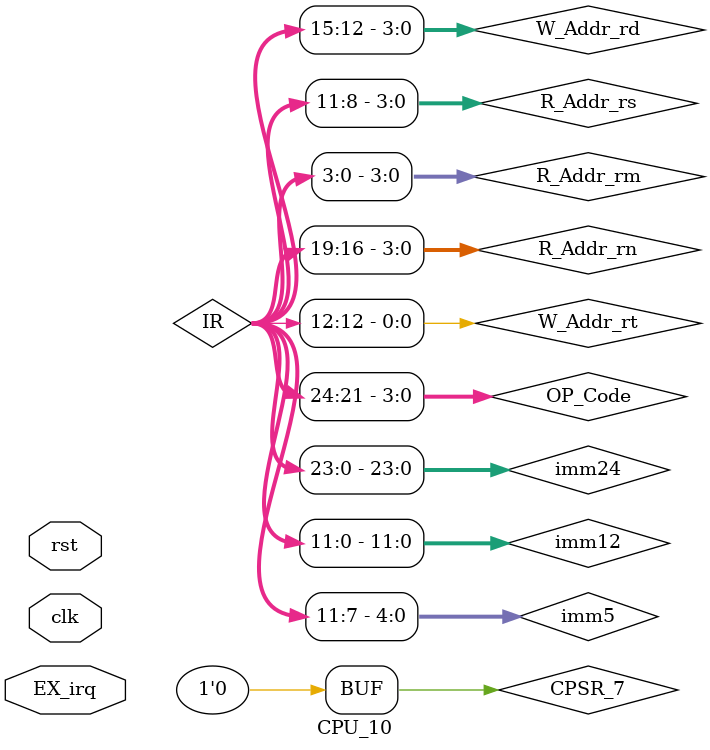
<source format=v>
module CPU_10(
    input clk, 
    input rst, 
    input EX_irq

    // output Shift_Out, W_Data, NZCV, PC, Write_PC, Write_IR, Write_Reg, L_A, L_B, L_C, L_F, ALU_OP, SHIFT_OP, 
    // S, st_cur, PC_s, F_s, INT_irq, INTA_irq
    );

    //to accept the signal of icc
    wire CPSR_7 = 0;
    reg INTA_irq;
    wire INT_irq;

    //to accept the signal of state register
    reg W_SPSR_s;
    reg [2:0] W_CPSR_s;
    reg Write_SPSR;
    reg Write_CPSR;
    wire [31:0] SPSR_New;
    wire [31:0] CPSR_New;
    wire [3:0] MASK;
    //wire [3:0] NZCV;
    reg [2:0] Change_M;
    //wire S;
    
    wire [31:0] SPSR_fiq;
    wire [31:0] SPSR_irq;
    wire [31:0] SPSR_abt;
    wire [31:0] SPSR_svc;
    wire [31:0] SPSR_und;
    wire [31:0] SPSR_mon;
    wire [31:0] SPSR_hyp;
    wire [31:0] CPSR;

    // to accept the signal of dual stack pointer
    reg SP_in;
    reg SP_out;
    wire [31:0] SP;
    wire [31:0] SP_tmp;
    wire [31:0] PSP;
    wire [31:0] MSP;
    //wire [4:0] M;

    //寄存器信号
    wire [31:0] R_Data_rn;
    wire [31:0] R_Data_rm;
    wire [31:0] R_Data_rs;
    wire [31:0] W_Data;
    wire [3:0] R_Addr_rn;
    wire [3:0] R_Addr_rm;
    wire [3:0] R_Addr_rs;
    wire [3:0] W_Addr_rd;
    wire [3:0] W_Addr;

    /* 暂存器 temporary register */
    reg [31:0] F;
    reg [31:0] A;
    reg [31:0] B;
    reg [31:0] C;
    
    //NZCV
    reg [3:0] NZCV;
    wire [3:0] NZCV_temp;//存储ALU输出的NZCV信号，根据S信号选择是否打入NZCV中
    
    //barrel_shift信号
    wire [31:0] Shift_Data;
    wire [7:0] Shift_Num;
    reg [2:0] SHIFT_OP;
    wire [31:0] Shift_Out;
    wire [31:0] Shift_Carry_Out;

    //ALU信号
    wire [31:0] ALU_A;
    wire [31:0] ALU_B;
    wire [31:0] ALU_Out;
    reg [3:0] ALU_OP;

   //控制信号
    reg Write_PC;
    reg Write_IR;
    reg Write_Reg;
    reg ALU_A_s;
    reg ALU_B_s;
    reg [1:0]PC_s;
    reg W_Addr_s;
    reg L_A;
    reg L_B;
    reg L_C;
    reg L_F;
    reg [1:0] rm_imm_s;
    reg [2:0] rs_imm_s;
    wire [3:0] OP_Code;
    reg Und_ins;//译码失败标识，译码失败时为1
    reg S;//NZCV打入控制信号

    //new added control signal
    reg F_s = 0;//if 0 ,alu_out -> F, if 1 pc -> F


    //指令相关信号
    wire [31:0] IR;//来自指令寄存器的内容
    wire IR_Flag;//取指令成功的标志，成功时取1
    wire [7:0] PC;

    //立即数
    wire [4:0]imm5;
    wire [11:0]imm12;
    wire [23:0]imm24;

    //下一个状态和当前状态寄存器
    reg [6:0] st_next ;
    reg [6:0] st_cur ;

    //定义状态
    parameter IDLE = 6'd63;
    parameter S0 = 6'd0;
    //parameter Wait = 4'd1;
    parameter S1 = 6'd1;
    parameter S2 = 6'd2;
    parameter S3 = 6'd3;
    /********新增加7~11这5个阶段********/
    parameter S7 = 6'd7;
    parameter S8 = 6'd8;
    parameter S9 = 6'd9;
    parameter S10 = 6'd10;
    parameter S11 = 6'd11;
    /********中断新增**************/
    parameter S26 = 6'd26;
    parameter S27 = 6'd27;
    parameter S28 = 6'd28;
    parameter S29 = 6'd29;
    parameter S30 = 6'd30;
    parameter S31 = 6'd31;

    parameter M = 5'b10000;//寄存器使能
    parameter R14 = 4'he;//R14寄存器地址
    //指令类型，根据指令的类型决定cpu的状态转化，目前有4种类型：
    //0表示：数据处理指令：S0->S1->S2->S3->S0
    //1表示：BX指令：S0->S1->S7
    //2表示：B指令：S0->S8->S9->S0
    //3表示：BL指令：S0->S10->S11->S9->S0
    reg [2:0] Instruction_Type = 4'd0;


    //指令译码
    assign OP_Code[3:0] = IR[24:21];
    assign R_Addr_rn = IR[19:16];
    assign W_Addr_rd = IR[15:12];
    assign R_Addr_rs = IR[11:8];
    //assign SHIFT_OP = IR[6:4];//SHIFT
    assign R_Addr_rm = IR[3:0];
    assign imm12 = IR[11:0];
    assign imm5 = IR[11:7];
    assign imm24 = IR[23:0];
    /*********新增指令译码（单数据访存）*********/
    assign W_Addr_rt = IR[15:12];


/**********读取寄存器数据****************/
    //assign R_Addr_rm = 4'b0001;
    //assign R_Addr_rs = 4'b0000;
/******************************************/


    //多路选择器
    assign ALU_A = ALU_A_s? {24'h000000,PC} : A;
    assign ALU_B = ALU_B_s? {6'b000000,imm24,2'b00} : Shift_Out;
    assign Shift_Data = rm_imm_s? {24'h000000,imm12[7:0]} : B;
    assign Shift_Num = rs_imm_s[1]? {3'b000,imm12[11:8],1'b0} : rs_imm_s[0]? C[7:0] : {3'b000,imm5};
    assign W_Addr = W_Addr_s? R14 : W_Addr_rd;
    assign W_Data = F;

    reg [2:0]testflag;

    //下跳沿IR读入指令后，判断指令的类型
    always @(*) begin
            if(IR[27:4] == 24'b000100101111111111110001)//0001 0010 1111 1111 1111 0001
            begin
                Instruction_Type <= 4'd1;//BX指令
                testflag <= 1;
            end
            else if(IR[27:24] == 4'b1010)
            begin
                Instruction_Type <= 4'd2;//B指令，bcc的24到27也是这个1010
            end
            else if (IR[27:24] == 4'b1011) 
            begin
                Instruction_Type <= 4'd3;//BL指令
            end
            else if(IR == 32'he1bef000)//识别唯一的MOVS指令，想不到其他方法和DP0区分e1bef000put before the IR[27:25] == 3'b000(next), or it will be 0(Instructin_type)
            begin
                Instruction_Type <= 4'd4;//MOVS中断返回指令，注意和普通的DP0格式区分
            end
            else if (IR[27:25] == 3'b000)
            begin
                Instruction_Type <= 4'd0;//数据处理指令
            end
            else if(IR[27:25] == 3'b001)
            begin
                Instruction_Type <= 4'd0;//数据处理指令
            end
            
            else
            begin
                Instruction_Type <= 4'd7;
            end
    end

    //状态转换
    always @(posedge clk or posedge rst) begin
        if (rst) begin
            //状态初始化
            st_cur <= IDLE;
        end
        else begin
            st_cur <= st_next;
        end
    end

    //次态函数
    always @(*) begin
        case(st_cur)
            IDLE:begin
                st_next = S0;
            end
            S0:begin
                //st_next = Wait;
                if(IR_Flag && Und_ins == 1'b0) begin//cond条件成立
                    case (Instruction_Type)
                        
                        4'd0: begin
                            st_next = S1;//数据处理指令
                        end
                        4'd1: begin
                            st_next = S1;//BX指令
                        end
                        4'd2: begin
                            st_next = S8;//B指令
                        end
                        4'd3: begin
                            st_next = S10;//BL指令
                        end 
                        4'd4: begin
                            st_next = S1;//MOVS
                        end
                    endcase
                end
                else begin
                    st_next = S0;
                end        
            end
            /*Wait: begin
                if(IR_Flag && Und_ins == 1'b0) begin//cond条件成立
                    case (Instruction_Type)
                        
                        4'd0: begin
                            st_next = S1;//数据处理指令
                        end
                        4'd1: begin
                            st_next = S1;//BX指令
                        end
                        4'd2: begin
                            st_next = S8;//B指令
                        end
                        4'd3: begin
                            st_next = S10;//BL指令
                        end 
                    endcase
                end
                else begin
                    st_next = S0;
                end
            end*/
            S1:begin
                if(!Und_ins)//译码成功
                    case (Instruction_Type)
                        4'd1: st_next = S7;//BX指令
                        4'd4: st_next = S28;//MOVS instruct (interrupt return)
                        default: st_next = S2;
                    endcase
                else
                    st_next = S0;
            end
            S2:begin
                st_next = S3;
            end
            S3:begin
                st_next = S29;
            end
            S7: begin
                st_next = IDLE;
            end 
            S8: begin
                st_next = S9;
            end 
            S9: begin
                st_next = S29;
            end 
            S10: begin
                st_next = S11;
            end 
            S11: begin
                st_next = S9;
            end 
            S29: begin
                if(INT_irq == 1'b1 && CPSR_7 == 1'b0) //interrupt occur
                    st_next = S30;
                else
                    st_next = S0;
            end//I forget this "end" and get an error,but it reports at line 322 and line 600,it costs lots of my time to find it, SHIT VIVADO!!! 
            S30: begin
                st_next = S31;
            end
            S31: begin
                st_next = S27;
            end
            S27: begin
                st_next = S0;
            end
            S28: begin
                st_next = S26;
            end
            S26: begin
                st_next = S27;
            end
        endcase
    end

    //输出函数
    always @(posedge clk or posedge rst) begin
        if (rst) begin
            //所有控制信号初始化
            NZCV <= 0;
            Write_PC <= 0;
            Write_IR <= 0;
            Write_Reg <= 0;
            L_A <= 0;
            L_C <= 0;
            L_B <= 0;
            L_F <= 0;
            ALU_A_s <= 0;
            ALU_B_s <= 0;
            PC_s <= 0;
            W_Addr_s <= 0;
            rm_imm_s <= 0;
            rs_imm_s <= 0;
            SHIFT_OP <= 0;
            ALU_OP <= 0;
        end
        else begin
            //修改Write_IR
            //只在S0状态下Write_IR。其他状态为0。
            case(st_next)
            /*S0,S7,S9: begin
                Write_IR <= 1;  //原代码
            end*/
            S0: begin
                Write_IR <= 1;
            end
            default:begin
                Write_IR <= 0;
            end
            endcase
    
            //修改Write_PC
            //在S0,S7,S9状态下Write_PC = 1,。其他状态为0。
            case(st_next)
            S0,S7,S9: begin
                Write_PC <= 1;
            end
            default:begin
                Write_PC <= 0;
            end
            endcase

            //修改Write_Reg
            //只在S3状态下Write_Reg = 1,。其他状态为0。
            case(st_next)
            S3,S11: begin
                Write_Reg <= 1;
            end
            default:begin
                Write_Reg <= 0;
            end
            endcase

            //修改L_A,L_B,L_C,L_F,寄存器控制信号
            case(st_next)
            S1: begin
                L_A <= 1'b1;
            end
            S2,S8,S10,S11: begin
                L_F <= 1'b1;
            end
            default:begin
                L_A <= 1'b0;
                L_B <= 1'b0;
                L_C <= 1'b0;
                L_F <= 1'b0;
            end
            endcase


            //修改ALU_A_s,ALU_B_s;ALU输入控制信号
            case(st_next)
                S8,S11: begin//PC+imm24→F
                    ALU_A_s <= 1'b1;
                    ALU_B_s <= 1'b1;
                end
                S10: begin//PC→F
                    ALU_A_s <= 1'b1;
                    ALU_B_s <= 1'b0;
                end
                default:begin//A+B→F
                    ALU_A_s <= 1'b0;
                    ALU_B_s <= 1'b0;
                end
            endcase

            //修改PC_s;PC控制信号
            case(st_next)
                S0: begin//取指令时不修改PC_s
                    PC_s <= 0;
                end
                S7: begin//B→PC
                    PC_s <= 2'b01;
                end
                S9: begin//F→PC
                    PC_s <= 2'b10;
                end
                default:begin//PC+4→PC
                    PC_s <= 2'b00;
                end
            endcase

            //修改W_Addr_s;W_Addr控制信号
            case(st_next)
                S11: begin//F->Reg[14]
                    W_Addr_s <= 1'b1;
                end
                default:begin
                    W_Addr_s <= 1'b0;
                end
            endcase

            //函数处理
            case(st_next)
            S0: begin
                //reset S27' signal
                SP_in <= 0;
                //reset S29's signal
                F_s <= 0;
                L_F <= 0;


                Und_ins <= 0;
            end
            S1: begin//s1时译码并读取寄存器内容
                if(Instruction_Type == 4'd1)begin
                    L_B <= 1;//B→PC
                end
                if(IR[27:25] == 3'b000 && IR[4] == 0 && IR[15:12] != 4'b1111) begin //Dp0格式
                    rm_imm_s <= 1'b0;
                    rs_imm_s <= 2'b00;
                    L_B <= 1;
                    L_C <= 0;
                end
                else if(IR[27:25] == 3'b000 && IR[7] == 0 && IR[4] == 1 && IR[15:12] != 4'b1111) begin //Dp1格式
                    rm_imm_s <= 1'b0;
                    rs_imm_s <= 2'b01;
                    L_B <= 1;
                    L_C <= 1;
                end
                else if(IR[27:25] == 3'b001 && IR[15:12] != 4'b1111)begin //Dp2格式
                    rm_imm_s <= 1'b1;
                    rs_imm_s <= 2'b10;
                    L_B <= 0;
                    L_C <= 0;
                end
                else begin
                    //Und_ins <= 1;
                end
            end
            S2: begin//s2时对译码内容进行运处理，输入到组合运算器中
                case(OP_Code)//通过OPCODE获取ALU_OP
                    4'b0000: ALU_OP <= 4'b0000;
                    4'b0001: ALU_OP <= 4'b0001;
                    4'b0010: ALU_OP <= 4'b0010;
                    4'b0011: ALU_OP <= 4'b0011;
                    4'b0100: ALU_OP <= 4'b0100;
                    4'b0101: ALU_OP <= 4'b0101;
                    4'b0110: ALU_OP <= 4'b0110;
                    4'b0111: ALU_OP <= 4'b0111;
                    4'b1000: ALU_OP <= 4'b0000;
                    4'b1001: ALU_OP <= 4'b0001;
                    4'b1010: ALU_OP <= 4'b0010;
                    4'b1011: ALU_OP <= 4'b0100;
                    4'b1100: ALU_OP <= 4'b1100;
                    4'b1101: ALU_OP <= 4'b1101;
                    4'b1110: ALU_OP <= 4'b1110;
                    4'b1111: ALU_OP <= 4'b1111;
                endcase
                S <= IR[20];
                case (rs_imm_s)//获取Shift相关信号
                    2'b00:begin
                        SHIFT_OP <= IR[6:4];
                    end 
                    2'b01:begin
                        SHIFT_OP <= IR[6:4];
                    end
                    2'b10:begin
                        SHIFT_OP <= 3'b111;
                    end
                endcase
            end

            S3:begin//s3将F结果打入W_Data,修改NZCV
                if(S) begin
                    NZCV <= NZCV_temp;
                end
            end

            S7: begin//B→PC
                    
                    //已将PC_s和Write_PC信号修改
            end

            S8: begin//PC+Offset→PC
                ALU_OP <= 4'b0100;
                S <= 1'b0;
            end

            S9: begin//F→PC
               //已将PC_s和Write_PC信号修改
            end

            S10: begin//PC→F
                ALU_OP <= 4'b1000;
                S <= 1'b0;
            end
            S11: begin//F->Reg[14],PC+Offset→PC
                ALU_OP <= 4'b0100;
                S <= 0;
            end
            S29: begin
                F_s <= 1'b1;
                L_F <= 1'b1;   
            end
            S30: begin
                //reset the control signal from S29
                F_s <= 1'b0;
                L_F <= 1'b0;
                //f -> lr_irq
                W_Addr_s <= 1'b1;//to be lazy, I write F into "LR" under user mode in the universla register pile
                Write_Reg <= 1'b1;
                //cpsr -> spsr_irq
                Change_M <= 3'd2;
                W_SPSR_s <= 1'b1;
            end
            S31: begin
                //reset the previous state's signal
                W_Addr_s <= 1'b0;
                Write_Reg <= 1'b0;
                Change_M <= 3'd0;
                //92h -> cpsr
                W_CPSR_s <= 3'd2;

                //INTA_irq = 1; have been done in interrupt_control_circuit module
                //irq interrupt vector->pc
                PC_s <= 2'b11;
                Write_PC <= 1'b1;
                //sp->msp/psp
                SP_out <= 1'b1;

                INTA_irq <= 1'b1;
            end
            S27: begin
                //reset the S31's signal
                W_CPSR_s <= 3'd0;
                PC_s <= 2'b00;  
                SP_out <= 1'b0;
                INTA_irq <= 1'b0;
                Write_PC <= 1'b0;
                //reset the S26's signal
                Write_PC <= 1'b0;
                PC_s <= 1'b0;
                Write_CPSR <= 1'b0;
                SP_out <= 1'b0;
                //msp->sp_irq
                SP_in <= 1'b1; 
            end 
            S28: begin
                //a->f
                ALU_OP <= 4'b1000;
                L_F <= 1'b1;

            end
            S26: begin
                //reset the previous state
                L_F <= 1'b0;
                //f->pc
                Write_PC <= 1'b1;
                PC_s <= 2'b10;
                //spsr->cpsr
                Write_CPSR <= 1'b1;
                W_CPSR_s <= 1'b0;
                //sp->msp/psp
                SP_out <= 1'b1;
                
            end
            endcase
        end
    end

    always @(negedge clk) begin
        if(L_A == 1'b1) A <= R_Data_rn;
        if(L_B == 1'b1) B <= R_Data_rm;
        if(L_C == 1'b1) C <= R_Data_rs;
        if(L_F == 1'b1) begin
            if(F_s == 1'b1) begin
                F <= PC; 
            end
            else begin
                F <= ALU_Out;
            end
        end
    end

    IF IF (
        .clk(clk),
        .rst(rst),
        .NZCV(NZCV),
        .Write_IR(Write_IR),
        .Write_PC(Write_PC),
        .B(B),
        .F(F),
        .PC_s(PC_s),

        .IR(IR),
        .IR_Flag(IR_Flag),
        .PC_OUT(PC)
    );

    ALU ALU(.A(ALU_A),
            .B(ALU_B),
            .ALU_OP(ALU_OP),
            .Shift_Carry_Out(Shift_Carry_Out),
            .CF(NZCV[1]),
            .VF(NZCV[0]),
            .F(ALU_Out),
            .NZCV(NZCV_temp)
    );

    barrel_shift bs(.Shift_Data(Shift_Data),
                    .Shift_Num(Shift_Num),
                    .SHIFT_OP(SHIFT_OP),
                    .Carry_flag(NZCV[1]),
                    .Shift_Out(Shift_Out),
                    .Shift_Carry_Out(Shift_Carry_Out)
    );

    REG REG (//universal register file
        .clk(clk),
        .rst(rst),
        .R_Addr_A(R_Addr_rn),
        .R_Addr_B(R_Addr_rm),
        .R_Addr_C(R_Addr_rs),
        .M(5'b10000),
        .W_Addr(W_Addr),
        .W_Data(W_Data),
        .Write_Reg(Write_Reg),
        .R_Data_A(R_Data_rn),
        .R_Data_B(R_Data_rm),
        .R_Data_C(R_Data_rs)
    );

    interrupt_control_circuit module1(
        .clk(clk),
        .rst(rst),
        .CPSR_7(CPSR_7),
        .EX_irq(EX_irq),
        .INTA_irq(INTA_irq),

        .INT_irq(INT_irq)
        
        //.PC_s(PC_s)
    );

    state_register_file module2(
        .clk(clk), 
        .W_SPSR_s(W_SPSR_s),
        .W_CPSR_s(W_CPSR_s),
        .Write_SPSR(Write_SPSR),
        .Write_CPSR(Write_CPSR),
        .SPSR_New(SPSR_New),
        .CPSR_New(CPSR_New),
        .MASK(MASK),
        .NZCV(NZCV),
        .Change_M(Change_M),
        .S(S),

        .SPSR_fiq(SPSR_fiq),
        .SPSR_irq(SPSR_irq),
        .SPSR_abt(SPSR_abt),
        .SPSR_svc(SPSR_svc),
        .SPSR_und(SPSR_und),
        .SPSR_mon(SPSR_mon),
        .SPSR_hyp(SPSR_hyp),
        .CPSR(CPSR)
    );

    dual_stack module3(
        .clk(ckl),
        .SP_in(SP_in),
        .SP_out(SP_out),
        .M(M),
        .SP(SP),

        .SP_tmp(SP_tmp),
        .PSP(PSP),
        .MSP(MSP)
    );
endmodule
</source>
